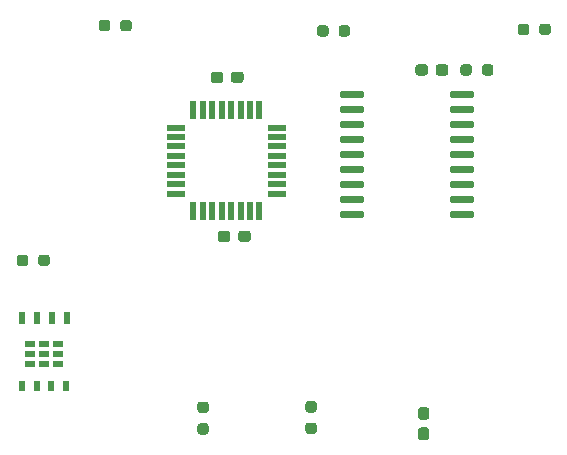
<source format=gbr>
G04 #@! TF.GenerationSoftware,KiCad,Pcbnew,5.1.7-a382d34a8~88~ubuntu18.04.1*
G04 #@! TF.CreationDate,2021-02-25T09:37:14-05:00*
G04 #@! TF.ProjectId,Dash_Right,44617368-5f52-4696-9768-742e6b696361,rev?*
G04 #@! TF.SameCoordinates,Original*
G04 #@! TF.FileFunction,Paste,Top*
G04 #@! TF.FilePolarity,Positive*
%FSLAX46Y46*%
G04 Gerber Fmt 4.6, Leading zero omitted, Abs format (unit mm)*
G04 Created by KiCad (PCBNEW 5.1.7-a382d34a8~88~ubuntu18.04.1) date 2021-02-25 09:37:14*
%MOMM*%
%LPD*%
G01*
G04 APERTURE LIST*
%ADD10R,1.600000X0.550000*%
%ADD11R,0.550000X1.600000*%
%ADD12R,0.900000X0.600000*%
%ADD13R,0.600000X0.900000*%
%ADD14R,0.600000X1.050000*%
G04 APERTURE END LIST*
G36*
G01*
X184473000Y-68412500D02*
X184473000Y-68112500D01*
G75*
G02*
X184623000Y-67962500I150000J0D01*
G01*
X186373000Y-67962500D01*
G75*
G02*
X186523000Y-68112500I0J-150000D01*
G01*
X186523000Y-68412500D01*
G75*
G02*
X186373000Y-68562500I-150000J0D01*
G01*
X184623000Y-68562500D01*
G75*
G02*
X184473000Y-68412500I0J150000D01*
G01*
G37*
G36*
G01*
X184473000Y-69682500D02*
X184473000Y-69382500D01*
G75*
G02*
X184623000Y-69232500I150000J0D01*
G01*
X186373000Y-69232500D01*
G75*
G02*
X186523000Y-69382500I0J-150000D01*
G01*
X186523000Y-69682500D01*
G75*
G02*
X186373000Y-69832500I-150000J0D01*
G01*
X184623000Y-69832500D01*
G75*
G02*
X184473000Y-69682500I0J150000D01*
G01*
G37*
G36*
G01*
X184473000Y-70952500D02*
X184473000Y-70652500D01*
G75*
G02*
X184623000Y-70502500I150000J0D01*
G01*
X186373000Y-70502500D01*
G75*
G02*
X186523000Y-70652500I0J-150000D01*
G01*
X186523000Y-70952500D01*
G75*
G02*
X186373000Y-71102500I-150000J0D01*
G01*
X184623000Y-71102500D01*
G75*
G02*
X184473000Y-70952500I0J150000D01*
G01*
G37*
G36*
G01*
X184473000Y-72222500D02*
X184473000Y-71922500D01*
G75*
G02*
X184623000Y-71772500I150000J0D01*
G01*
X186373000Y-71772500D01*
G75*
G02*
X186523000Y-71922500I0J-150000D01*
G01*
X186523000Y-72222500D01*
G75*
G02*
X186373000Y-72372500I-150000J0D01*
G01*
X184623000Y-72372500D01*
G75*
G02*
X184473000Y-72222500I0J150000D01*
G01*
G37*
G36*
G01*
X184473000Y-73492500D02*
X184473000Y-73192500D01*
G75*
G02*
X184623000Y-73042500I150000J0D01*
G01*
X186373000Y-73042500D01*
G75*
G02*
X186523000Y-73192500I0J-150000D01*
G01*
X186523000Y-73492500D01*
G75*
G02*
X186373000Y-73642500I-150000J0D01*
G01*
X184623000Y-73642500D01*
G75*
G02*
X184473000Y-73492500I0J150000D01*
G01*
G37*
G36*
G01*
X184473000Y-74762500D02*
X184473000Y-74462500D01*
G75*
G02*
X184623000Y-74312500I150000J0D01*
G01*
X186373000Y-74312500D01*
G75*
G02*
X186523000Y-74462500I0J-150000D01*
G01*
X186523000Y-74762500D01*
G75*
G02*
X186373000Y-74912500I-150000J0D01*
G01*
X184623000Y-74912500D01*
G75*
G02*
X184473000Y-74762500I0J150000D01*
G01*
G37*
G36*
G01*
X184473000Y-76032500D02*
X184473000Y-75732500D01*
G75*
G02*
X184623000Y-75582500I150000J0D01*
G01*
X186373000Y-75582500D01*
G75*
G02*
X186523000Y-75732500I0J-150000D01*
G01*
X186523000Y-76032500D01*
G75*
G02*
X186373000Y-76182500I-150000J0D01*
G01*
X184623000Y-76182500D01*
G75*
G02*
X184473000Y-76032500I0J150000D01*
G01*
G37*
G36*
G01*
X184473000Y-77302500D02*
X184473000Y-77002500D01*
G75*
G02*
X184623000Y-76852500I150000J0D01*
G01*
X186373000Y-76852500D01*
G75*
G02*
X186523000Y-77002500I0J-150000D01*
G01*
X186523000Y-77302500D01*
G75*
G02*
X186373000Y-77452500I-150000J0D01*
G01*
X184623000Y-77452500D01*
G75*
G02*
X184473000Y-77302500I0J150000D01*
G01*
G37*
G36*
G01*
X184473000Y-78572500D02*
X184473000Y-78272500D01*
G75*
G02*
X184623000Y-78122500I150000J0D01*
G01*
X186373000Y-78122500D01*
G75*
G02*
X186523000Y-78272500I0J-150000D01*
G01*
X186523000Y-78572500D01*
G75*
G02*
X186373000Y-78722500I-150000J0D01*
G01*
X184623000Y-78722500D01*
G75*
G02*
X184473000Y-78572500I0J150000D01*
G01*
G37*
G36*
G01*
X175173000Y-78572500D02*
X175173000Y-78272500D01*
G75*
G02*
X175323000Y-78122500I150000J0D01*
G01*
X177073000Y-78122500D01*
G75*
G02*
X177223000Y-78272500I0J-150000D01*
G01*
X177223000Y-78572500D01*
G75*
G02*
X177073000Y-78722500I-150000J0D01*
G01*
X175323000Y-78722500D01*
G75*
G02*
X175173000Y-78572500I0J150000D01*
G01*
G37*
G36*
G01*
X175173000Y-77302500D02*
X175173000Y-77002500D01*
G75*
G02*
X175323000Y-76852500I150000J0D01*
G01*
X177073000Y-76852500D01*
G75*
G02*
X177223000Y-77002500I0J-150000D01*
G01*
X177223000Y-77302500D01*
G75*
G02*
X177073000Y-77452500I-150000J0D01*
G01*
X175323000Y-77452500D01*
G75*
G02*
X175173000Y-77302500I0J150000D01*
G01*
G37*
G36*
G01*
X175173000Y-76032500D02*
X175173000Y-75732500D01*
G75*
G02*
X175323000Y-75582500I150000J0D01*
G01*
X177073000Y-75582500D01*
G75*
G02*
X177223000Y-75732500I0J-150000D01*
G01*
X177223000Y-76032500D01*
G75*
G02*
X177073000Y-76182500I-150000J0D01*
G01*
X175323000Y-76182500D01*
G75*
G02*
X175173000Y-76032500I0J150000D01*
G01*
G37*
G36*
G01*
X175173000Y-74762500D02*
X175173000Y-74462500D01*
G75*
G02*
X175323000Y-74312500I150000J0D01*
G01*
X177073000Y-74312500D01*
G75*
G02*
X177223000Y-74462500I0J-150000D01*
G01*
X177223000Y-74762500D01*
G75*
G02*
X177073000Y-74912500I-150000J0D01*
G01*
X175323000Y-74912500D01*
G75*
G02*
X175173000Y-74762500I0J150000D01*
G01*
G37*
G36*
G01*
X175173000Y-73492500D02*
X175173000Y-73192500D01*
G75*
G02*
X175323000Y-73042500I150000J0D01*
G01*
X177073000Y-73042500D01*
G75*
G02*
X177223000Y-73192500I0J-150000D01*
G01*
X177223000Y-73492500D01*
G75*
G02*
X177073000Y-73642500I-150000J0D01*
G01*
X175323000Y-73642500D01*
G75*
G02*
X175173000Y-73492500I0J150000D01*
G01*
G37*
G36*
G01*
X175173000Y-72222500D02*
X175173000Y-71922500D01*
G75*
G02*
X175323000Y-71772500I150000J0D01*
G01*
X177073000Y-71772500D01*
G75*
G02*
X177223000Y-71922500I0J-150000D01*
G01*
X177223000Y-72222500D01*
G75*
G02*
X177073000Y-72372500I-150000J0D01*
G01*
X175323000Y-72372500D01*
G75*
G02*
X175173000Y-72222500I0J150000D01*
G01*
G37*
G36*
G01*
X175173000Y-70952500D02*
X175173000Y-70652500D01*
G75*
G02*
X175323000Y-70502500I150000J0D01*
G01*
X177073000Y-70502500D01*
G75*
G02*
X177223000Y-70652500I0J-150000D01*
G01*
X177223000Y-70952500D01*
G75*
G02*
X177073000Y-71102500I-150000J0D01*
G01*
X175323000Y-71102500D01*
G75*
G02*
X175173000Y-70952500I0J150000D01*
G01*
G37*
G36*
G01*
X175173000Y-69682500D02*
X175173000Y-69382500D01*
G75*
G02*
X175323000Y-69232500I150000J0D01*
G01*
X177073000Y-69232500D01*
G75*
G02*
X177223000Y-69382500I0J-150000D01*
G01*
X177223000Y-69682500D01*
G75*
G02*
X177073000Y-69832500I-150000J0D01*
G01*
X175323000Y-69832500D01*
G75*
G02*
X175173000Y-69682500I0J150000D01*
G01*
G37*
G36*
G01*
X175173000Y-68412500D02*
X175173000Y-68112500D01*
G75*
G02*
X175323000Y-67962500I150000J0D01*
G01*
X177073000Y-67962500D01*
G75*
G02*
X177223000Y-68112500I0J-150000D01*
G01*
X177223000Y-68412500D01*
G75*
G02*
X177073000Y-68562500I-150000J0D01*
G01*
X175323000Y-68562500D01*
G75*
G02*
X175173000Y-68412500I0J150000D01*
G01*
G37*
D10*
X169794500Y-71050500D03*
X169794500Y-71850500D03*
X169794500Y-72650500D03*
X169794500Y-73450500D03*
X169794500Y-74250500D03*
X169794500Y-75050500D03*
X169794500Y-75850500D03*
X169794500Y-76650500D03*
D11*
X168344500Y-78100500D03*
X167544500Y-78100500D03*
X166744500Y-78100500D03*
X165944500Y-78100500D03*
X165144500Y-78100500D03*
X164344500Y-78100500D03*
X163544500Y-78100500D03*
X162744500Y-78100500D03*
D10*
X161294500Y-76650500D03*
X161294500Y-75850500D03*
X161294500Y-75050500D03*
X161294500Y-74250500D03*
X161294500Y-73450500D03*
X161294500Y-72650500D03*
X161294500Y-71850500D03*
X161294500Y-71050500D03*
D11*
X162744500Y-69600500D03*
X163544500Y-69600500D03*
X164344500Y-69600500D03*
X165144500Y-69600500D03*
X165944500Y-69600500D03*
X166744500Y-69600500D03*
X167544500Y-69600500D03*
X168344500Y-69600500D03*
G36*
G01*
X187178500Y-66404500D02*
X187178500Y-65929500D01*
G75*
G02*
X187416000Y-65692000I237500J0D01*
G01*
X187916000Y-65692000D01*
G75*
G02*
X188153500Y-65929500I0J-237500D01*
G01*
X188153500Y-66404500D01*
G75*
G02*
X187916000Y-66642000I-237500J0D01*
G01*
X187416000Y-66642000D01*
G75*
G02*
X187178500Y-66404500I0J237500D01*
G01*
G37*
G36*
G01*
X185353500Y-66404500D02*
X185353500Y-65929500D01*
G75*
G02*
X185591000Y-65692000I237500J0D01*
G01*
X186091000Y-65692000D01*
G75*
G02*
X186328500Y-65929500I0J-237500D01*
G01*
X186328500Y-66404500D01*
G75*
G02*
X186091000Y-66642000I-237500J0D01*
G01*
X185591000Y-66642000D01*
G75*
G02*
X185353500Y-66404500I0J237500D01*
G01*
G37*
G36*
G01*
X192042600Y-62975500D02*
X192042600Y-62500500D01*
G75*
G02*
X192280100Y-62263000I237500J0D01*
G01*
X192780100Y-62263000D01*
G75*
G02*
X193017600Y-62500500I0J-237500D01*
G01*
X193017600Y-62975500D01*
G75*
G02*
X192780100Y-63213000I-237500J0D01*
G01*
X192280100Y-63213000D01*
G75*
G02*
X192042600Y-62975500I0J237500D01*
G01*
G37*
G36*
G01*
X190217600Y-62975500D02*
X190217600Y-62500500D01*
G75*
G02*
X190455100Y-62263000I237500J0D01*
G01*
X190955100Y-62263000D01*
G75*
G02*
X191192600Y-62500500I0J-237500D01*
G01*
X191192600Y-62975500D01*
G75*
G02*
X190955100Y-63213000I-237500J0D01*
G01*
X190455100Y-63213000D01*
G75*
G02*
X190217600Y-62975500I0J237500D01*
G01*
G37*
G36*
G01*
X155721500Y-62183000D02*
X155721500Y-62658000D01*
G75*
G02*
X155484000Y-62895500I-237500J0D01*
G01*
X154984000Y-62895500D01*
G75*
G02*
X154746500Y-62658000I0J237500D01*
G01*
X154746500Y-62183000D01*
G75*
G02*
X154984000Y-61945500I237500J0D01*
G01*
X155484000Y-61945500D01*
G75*
G02*
X155721500Y-62183000I0J-237500D01*
G01*
G37*
G36*
G01*
X157546500Y-62183000D02*
X157546500Y-62658000D01*
G75*
G02*
X157309000Y-62895500I-237500J0D01*
G01*
X156809000Y-62895500D01*
G75*
G02*
X156571500Y-62658000I0J237500D01*
G01*
X156571500Y-62183000D01*
G75*
G02*
X156809000Y-61945500I237500J0D01*
G01*
X157309000Y-61945500D01*
G75*
G02*
X157546500Y-62183000I0J-237500D01*
G01*
G37*
G36*
G01*
X175050000Y-63102500D02*
X175050000Y-62627500D01*
G75*
G02*
X175287500Y-62390000I237500J0D01*
G01*
X175787500Y-62390000D01*
G75*
G02*
X176025000Y-62627500I0J-237500D01*
G01*
X176025000Y-63102500D01*
G75*
G02*
X175787500Y-63340000I-237500J0D01*
G01*
X175287500Y-63340000D01*
G75*
G02*
X175050000Y-63102500I0J237500D01*
G01*
G37*
G36*
G01*
X173225000Y-63102500D02*
X173225000Y-62627500D01*
G75*
G02*
X173462500Y-62390000I237500J0D01*
G01*
X173962500Y-62390000D01*
G75*
G02*
X174200000Y-62627500I0J-237500D01*
G01*
X174200000Y-63102500D01*
G75*
G02*
X173962500Y-63340000I-237500J0D01*
G01*
X173462500Y-63340000D01*
G75*
G02*
X173225000Y-63102500I0J237500D01*
G01*
G37*
G36*
G01*
X148776500Y-82058500D02*
X148776500Y-82533500D01*
G75*
G02*
X148539000Y-82771000I-237500J0D01*
G01*
X148039000Y-82771000D01*
G75*
G02*
X147801500Y-82533500I0J237500D01*
G01*
X147801500Y-82058500D01*
G75*
G02*
X148039000Y-81821000I237500J0D01*
G01*
X148539000Y-81821000D01*
G75*
G02*
X148776500Y-82058500I0J-237500D01*
G01*
G37*
G36*
G01*
X150601500Y-82058500D02*
X150601500Y-82533500D01*
G75*
G02*
X150364000Y-82771000I-237500J0D01*
G01*
X149864000Y-82771000D01*
G75*
G02*
X149626500Y-82533500I0J237500D01*
G01*
X149626500Y-82058500D01*
G75*
G02*
X149864000Y-81821000I237500J0D01*
G01*
X150364000Y-81821000D01*
G75*
G02*
X150601500Y-82058500I0J-237500D01*
G01*
G37*
G36*
G01*
X163338500Y-96079500D02*
X163813500Y-96079500D01*
G75*
G02*
X164051000Y-96317000I0J-237500D01*
G01*
X164051000Y-96817000D01*
G75*
G02*
X163813500Y-97054500I-237500J0D01*
G01*
X163338500Y-97054500D01*
G75*
G02*
X163101000Y-96817000I0J237500D01*
G01*
X163101000Y-96317000D01*
G75*
G02*
X163338500Y-96079500I237500J0D01*
G01*
G37*
G36*
G01*
X163338500Y-94254500D02*
X163813500Y-94254500D01*
G75*
G02*
X164051000Y-94492000I0J-237500D01*
G01*
X164051000Y-94992000D01*
G75*
G02*
X163813500Y-95229500I-237500J0D01*
G01*
X163338500Y-95229500D01*
G75*
G02*
X163101000Y-94992000I0J237500D01*
G01*
X163101000Y-94492000D01*
G75*
G02*
X163338500Y-94254500I237500J0D01*
G01*
G37*
G36*
G01*
X172482500Y-96032500D02*
X172957500Y-96032500D01*
G75*
G02*
X173195000Y-96270000I0J-237500D01*
G01*
X173195000Y-96770000D01*
G75*
G02*
X172957500Y-97007500I-237500J0D01*
G01*
X172482500Y-97007500D01*
G75*
G02*
X172245000Y-96770000I0J237500D01*
G01*
X172245000Y-96270000D01*
G75*
G02*
X172482500Y-96032500I237500J0D01*
G01*
G37*
G36*
G01*
X172482500Y-94207500D02*
X172957500Y-94207500D01*
G75*
G02*
X173195000Y-94445000I0J-237500D01*
G01*
X173195000Y-94945000D01*
G75*
G02*
X172957500Y-95182500I-237500J0D01*
G01*
X172482500Y-95182500D01*
G75*
G02*
X172245000Y-94945000I0J237500D01*
G01*
X172245000Y-94445000D01*
G75*
G02*
X172482500Y-94207500I237500J0D01*
G01*
G37*
D12*
X150114000Y-90228000D03*
D13*
X149514000Y-92928000D03*
D14*
X148204000Y-87208000D03*
X149474000Y-87208000D03*
X152024000Y-87208000D03*
X150754000Y-87208000D03*
D13*
X150714000Y-92928000D03*
X148234000Y-92928000D03*
X151994000Y-92928000D03*
D12*
X150114000Y-89378000D03*
X150114000Y-91078000D03*
X148964000Y-91078000D03*
X148964000Y-89378000D03*
X148964000Y-90228000D03*
X151264000Y-91078000D03*
X151264000Y-89378000D03*
X151264000Y-90228000D03*
G36*
G01*
X182618500Y-65929500D02*
X182618500Y-66404500D01*
G75*
G02*
X182381000Y-66642000I-237500J0D01*
G01*
X181781000Y-66642000D01*
G75*
G02*
X181543500Y-66404500I0J237500D01*
G01*
X181543500Y-65929500D01*
G75*
G02*
X181781000Y-65692000I237500J0D01*
G01*
X182381000Y-65692000D01*
G75*
G02*
X182618500Y-65929500I0J-237500D01*
G01*
G37*
G36*
G01*
X184343500Y-65929500D02*
X184343500Y-66404500D01*
G75*
G02*
X184106000Y-66642000I-237500J0D01*
G01*
X183506000Y-66642000D01*
G75*
G02*
X183268500Y-66404500I0J237500D01*
G01*
X183268500Y-65929500D01*
G75*
G02*
X183506000Y-65692000I237500J0D01*
G01*
X184106000Y-65692000D01*
G75*
G02*
X184343500Y-65929500I0J-237500D01*
G01*
G37*
G36*
G01*
X182482500Y-95787500D02*
X182007500Y-95787500D01*
G75*
G02*
X181770000Y-95550000I0J237500D01*
G01*
X181770000Y-94950000D01*
G75*
G02*
X182007500Y-94712500I237500J0D01*
G01*
X182482500Y-94712500D01*
G75*
G02*
X182720000Y-94950000I0J-237500D01*
G01*
X182720000Y-95550000D01*
G75*
G02*
X182482500Y-95787500I-237500J0D01*
G01*
G37*
G36*
G01*
X182482500Y-97512500D02*
X182007500Y-97512500D01*
G75*
G02*
X181770000Y-97275000I0J237500D01*
G01*
X181770000Y-96675000D01*
G75*
G02*
X182007500Y-96437500I237500J0D01*
G01*
X182482500Y-96437500D01*
G75*
G02*
X182720000Y-96675000I0J-237500D01*
G01*
X182720000Y-97275000D01*
G75*
G02*
X182482500Y-97512500I-237500J0D01*
G01*
G37*
G36*
G01*
X166541500Y-80501500D02*
X166541500Y-80026500D01*
G75*
G02*
X166779000Y-79789000I237500J0D01*
G01*
X167379000Y-79789000D01*
G75*
G02*
X167616500Y-80026500I0J-237500D01*
G01*
X167616500Y-80501500D01*
G75*
G02*
X167379000Y-80739000I-237500J0D01*
G01*
X166779000Y-80739000D01*
G75*
G02*
X166541500Y-80501500I0J237500D01*
G01*
G37*
G36*
G01*
X164816500Y-80501500D02*
X164816500Y-80026500D01*
G75*
G02*
X165054000Y-79789000I237500J0D01*
G01*
X165654000Y-79789000D01*
G75*
G02*
X165891500Y-80026500I0J-237500D01*
G01*
X165891500Y-80501500D01*
G75*
G02*
X165654000Y-80739000I-237500J0D01*
G01*
X165054000Y-80739000D01*
G75*
G02*
X164816500Y-80501500I0J237500D01*
G01*
G37*
G36*
G01*
X165933000Y-67039500D02*
X165933000Y-66564500D01*
G75*
G02*
X166170500Y-66327000I237500J0D01*
G01*
X166770500Y-66327000D01*
G75*
G02*
X167008000Y-66564500I0J-237500D01*
G01*
X167008000Y-67039500D01*
G75*
G02*
X166770500Y-67277000I-237500J0D01*
G01*
X166170500Y-67277000D01*
G75*
G02*
X165933000Y-67039500I0J237500D01*
G01*
G37*
G36*
G01*
X164208000Y-67039500D02*
X164208000Y-66564500D01*
G75*
G02*
X164445500Y-66327000I237500J0D01*
G01*
X165045500Y-66327000D01*
G75*
G02*
X165283000Y-66564500I0J-237500D01*
G01*
X165283000Y-67039500D01*
G75*
G02*
X165045500Y-67277000I-237500J0D01*
G01*
X164445500Y-67277000D01*
G75*
G02*
X164208000Y-67039500I0J237500D01*
G01*
G37*
M02*

</source>
